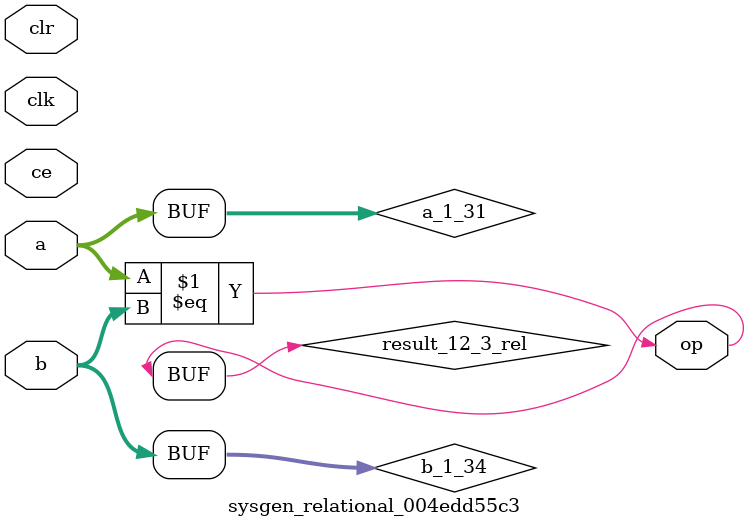
<source format=v>
module sysgen_relational_004edd55c3 (
  input [(8 - 1):0] a,
  input [(8 - 1):0] b,
  output [(1 - 1):0] op,
  input clk,
  input ce,
  input clr);
  wire [(8 - 1):0] a_1_31;
  wire [(8 - 1):0] b_1_34;
  localparam [(1 - 1):0] const_value = 1'b1;
  wire result_12_3_rel;
  assign a_1_31 = a;
  assign b_1_34 = b;
  assign result_12_3_rel = a_1_31 == b_1_34;
  assign op = result_12_3_rel;
endmodule
</source>
